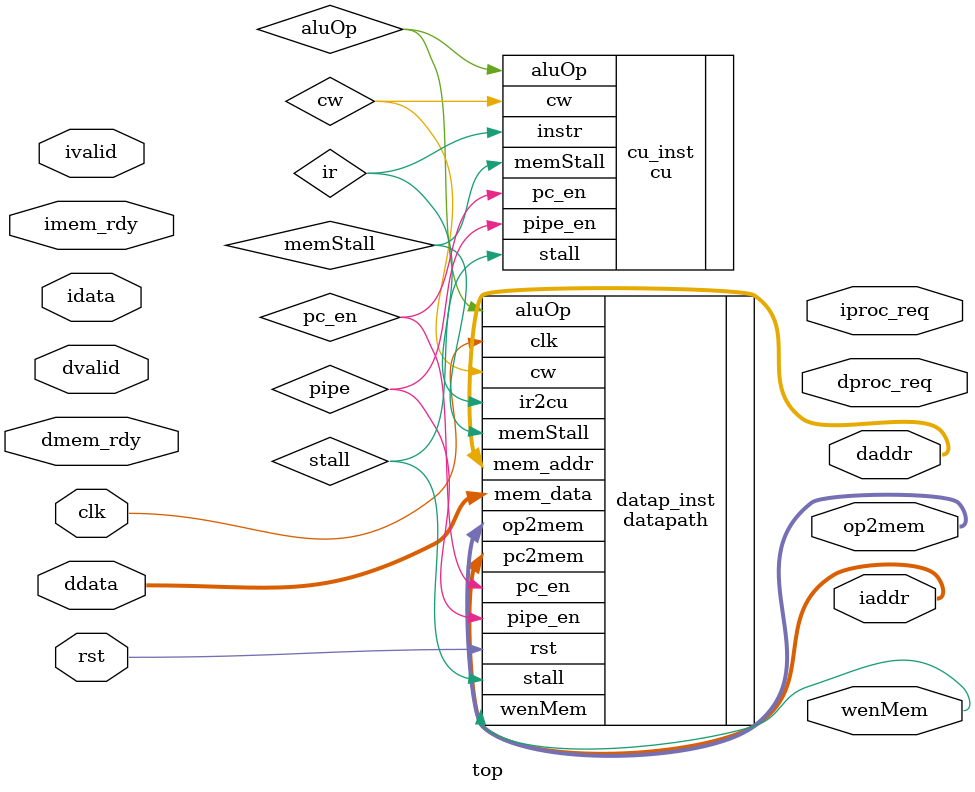
<source format=sv>
module top #(
    parameter NBITS = 32
) (
    input logic clk,
    input logic rst,
    input logic imem_rdy,
    input logic dmem_rdy,
    input logic ivalid,
    input logic dvalid,
    input logic [NBITS-1:0] idata,
    input logic [NBITS-1:0] ddata,
    output logic iproc_req,
    output logic dproc_req,
    output logic [NBITS-1:0] iaddr,
    output logic [NBITS-1:0] daddr,
    output logic [NBITS-1:0] op2mem,
    output logic wenMem
);

    logic pc_en, stall, cw, aluOp, ir, memStall, pipe;

    datapath #(NBITS) datap_inst (
        .clk(clk),
        .rst(rst),
        .pc_en(pc_en),
        .pipe_en(pipe),
        .cw(cw),                // from control unit
        .aluOp(aluOp),        // from contorl unit
        .mem_data(ddata),       // from data memory
        .pc2mem(iaddr),			// to instruction memory
        .mem_addr(daddr),       // to data memory
        .ir2cu(ir),
        .stall(stall),          // to CU
        .memStall(memStall),
        .op2mem(op2mem),
        .wenMem(wenMem)
    );


    cu cu_inst (
        .instr(ir),
        .stall(stall),
        .memStall(memStall),
        .pc_en(pc_en),
        .cw(cw),
        .aluOp(aluOp),
        .pipe_en(pipe)
    );

endmodule

</source>
